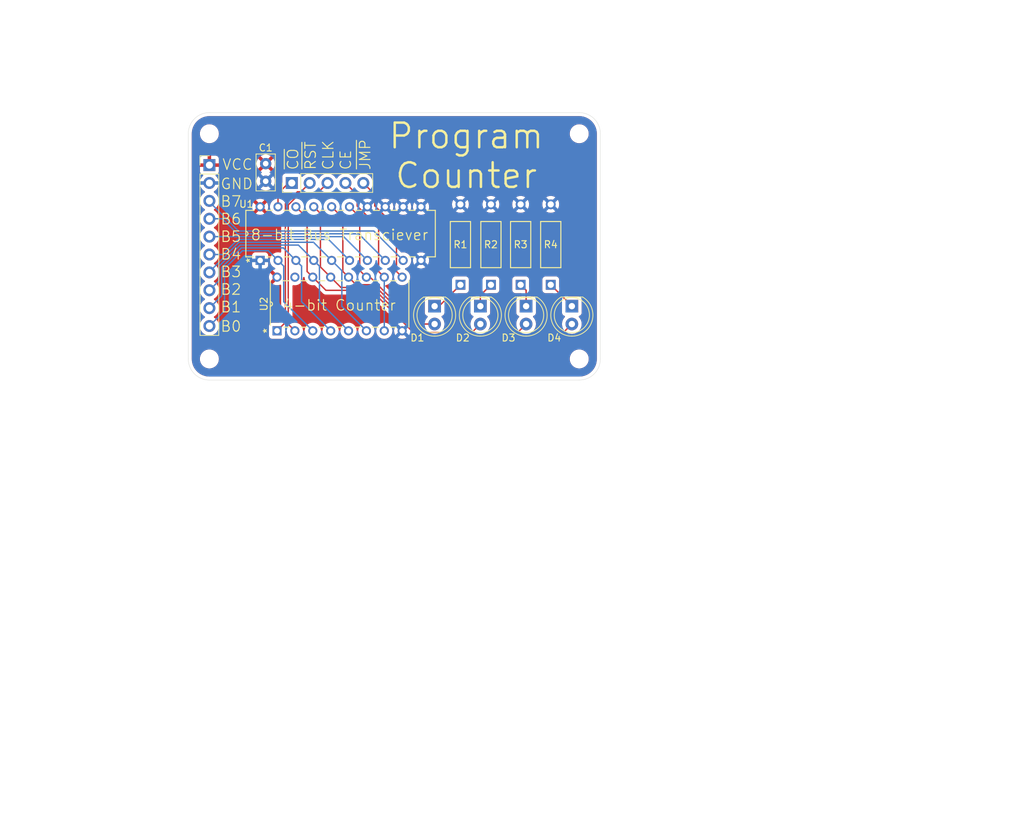
<source format=kicad_pcb>
(kicad_pcb (version 20240108) (generator "pcbnew") (generator_version "8.0")
  (layers (0 "F.Cu" signal) (31 "B.Cu" signal) (34 "B.Paste" user) (35 "F.Paste" user) (36 "B.SilkS" user "B.Silkscreen") (37 "F.SilkS" user "F.Silkscreen") (38 "B.Mask" user) (39 "F.Mask" user) (44 "Edge.Cuts" user))
  (net 0 "")
  (net 1 "GND")
  (net 2 "+5V")
  (net 3 "/Count 3")
  (net 4 "Net-(D1-K)")
  (net 5 "/Count 2")
  (net 6 "Net-(D2-K)")
  (net 7 "Net-(D3-K)")
  (net 8 "/Count 1")
  (net 9 "/Count 0")
  (net 10 "Net-(D4-K)")
  (net 11 "/Bus 7")
  (net 12 "/Bus 6")
  (net 13 "/Bus 1")
  (net 14 "/Bus 5")
  (net 15 "/Bus 0")
  (net 16 "/Bus 4")
  (net 17 "/Bus 3")
  (net 18 "/Bus 2")
  (net 19 "/~RST")
  (net 20 "/Count enable")
  (net 21 "/CLK")
  (net 22 "/~Jmp")
  (net 23 "/~Count out")
  (footprint "LED_THT:LED_D5.0mm" (layer "F.Cu") (at 142.25 84.5 -90)
    (property "Reference" "D3" (at 4.5 2.5 180) (layer "F.SilkS"))
    (property "Value" "LED")
    (fp_line (start -1.29 -1.545) (end -1.29 1.545) (stroke (width 0.12)) (layer "F.SilkS"))
    (fp_arc (start 4.26 -0.000462) (mid 2.072002 2.880433) (end -1.29 1.54483) (stroke (width 0.12)) (layer "F.SilkS"))
    (fp_arc (start -1.29 -1.54483) (mid 2.072002 -2.880433) (end 4.26 0.000462) (stroke (width 0.12)) (layer "F.SilkS"))
    (fp_circle (center 1.27 0) (end 3.77 0) (stroke (width 0.12)) (fill none) (layer "F.SilkS"))
    (pad "1" thru_hole rect (at 0 0 270) (size 1.8 1.8) (drill 0.9) (layers "*.Cu" "*.Mask") (net 7 "Net-(D3-K)"))
    (pad "2" thru_hole circle (at 2.54 0 270) (size 1.8 1.8) (drill 0.9) (layers "*.Cu" "*.Mask") (net 8 "/Count 1"))
  )
  (footprint "MountingHole:MountingHole_2.2mm_M2" (layer "F.Cu") (at 149.8 60)
    (property "Reference" "REF**" (hide yes))
    (property "Value" "MountingHole_2.2mm_M2")
    (pad "" np_thru_hole circle (at 0 0) (size 2.2 2.2) (drill 2.2) (layers "F&B.Cu" "*.Mask"))
  )
  (footprint "Connector_PinHeader_2.54mm:PinHeader_1x10_P2.54mm_Vertical" (layer "F.Cu") (at 97.25 64.46)
    (property "Reference" "J1" (hide yes))
    (property "Value" "Conn_01x10_Pin")
    (fp_line (start -1.33 -1.33) (end 0 -1.33) (stroke (width 0.12)) (layer "F.SilkS"))
    (fp_line (start -1.33 0) (end -1.33 -1.33) (stroke (width 0.12)) (layer "F.SilkS"))
    (fp_line (start -1.33 1.27) (end -1.33 24.19) (stroke (width 0.12)) (layer "F.SilkS"))
    (fp_line (start -1.33 1.27) (end 1.33 1.27) (stroke (width 0.12)) (layer "F.SilkS"))
    (fp_line (start -1.33 24.19) (end 1.33 24.19) (stroke (width 0.12)) (layer "F.SilkS"))
    (fp_line (start 1.33 1.27) (end 1.33 24.19) (stroke (width 0.12)) (layer "F.SilkS"))
    (pad "1" thru_hole rect (at 0 0) (size 1.7 1.7) (drill 1) (layers "*.Cu" "*.Mask") (net 2 "+5V"))
    (pad "2" thru_hole oval (at 0 2.54) (size 1.7 1.7) (drill 1) (layers "*.Cu" "*.Mask") (net 1 "GND"))
    (pad "3" thru_hole oval (at 0 5.08) (size 1.7 1.7) (drill 1) (layers "*.Cu" "*.Mask") (net 11 "/Bus 7"))
    (pad "4" thru_hole oval (at 0 7.62) (size 1.7 1.7) (drill 1) (layers "*.Cu" "*.Mask") (net 12 "/Bus 6"))
    (pad "5" thru_hole oval (at 0 10.16) (size 1.7 1.7) (drill 1) (layers "*.Cu" "*.Mask") (net 14 "/Bus 5"))
    (pad "6" thru_hole oval (at 0 12.7) (size 1.7 1.7) (drill 1) (layers "*.Cu" "*.Mask") (net 16 "/Bus 4"))
    (pad "7" thru_hole oval (at 0 15.24) (size 1.7 1.7) (drill 1) (layers "*.Cu" "*.Mask") (net 17 "/Bus 3"))
    (pad "8" thru_hole oval (at 0 17.78) (size 1.7 1.7) (drill 1) (layers "*.Cu" "*.Mask") (net 18 "/Bus 2"))
    (pad "9" thru_hole oval (at 0 20.32) (size 1.7 1.7) (drill 1) (layers "*.Cu" "*.Mask") (net 13 "/Bus 1"))
    (pad "10" thru_hole oval (at 0 22.86) (size 1.7 1.7) (drill 1) (layers "*.Cu" "*.Mask") (net 15 "/Bus 0"))
  )
  (footprint "_DownloadFootprints:CF_series_Resistors_THT" (layer "F.Cu") (at 145.75 81.465 90)
    (property "Reference" "R4" (at 5.715 0 0) (layer "F.SilkS"))
    (property "Value" "220")
    (fp_line (start 8.9916 -1.4351) (end 2.4384 -1.4351) (stroke (width 0.1524)) (layer "F.SilkS"))
    (fp_line (start 2.4384 -1.4351) (end 2.4384 1.4351) (stroke (width 0.1524)) (layer "F.SilkS"))
    (fp_line (start 8.9916 1.4351) (end 8.9916 -1.4351) (stroke (width 0.1524)) (layer "F.SilkS"))
    (fp_line (start 2.4384 1.4351) (end 8.9916 1.4351) (stroke (width 0.1524)) (layer "F.SilkS"))
    (pad "1" thru_hole rect (at 0 0 90) (size 1.397 1.397) (drill 0.889) (layers "*.Cu" "*.Mask") (net 10 "Net-(D4-K)"))
    (pad "2" thru_hole circle (at 11.43 0 90) (size 1.397 1.397) (drill 0.889) (layers "*.Cu" "*.Mask") (net 1 "GND"))
  )
  (footprint "_DownloadFootprints:binary_counter" (layer "F.Cu") (at 124.64 80.38 90)
    (property "Reference" "U2" (at -3.81 -19.64 90) (layer "F.SilkS"))
    (property "Value" "CD74HC163E")
    (fp_line (start -0.508 -18.7325) (end -6.838835 -18.7325) (stroke (width 0.1524)) (layer "F.SilkS"))
    (fp_line (start -7.112 -16.79956) (end -7.112 -16.078569) (stroke (width 0.1524)) (layer "F.SilkS"))
    (fp_line (start -0.508 -16.078569) (end -0.508 -16.941431) (stroke (width 0.1524)) (layer "F.SilkS"))
    (fp_line (start -7.112 -14.401431) (end -7.112 -13.538569) (stroke (width 0.1524)) (layer "F.SilkS"))
    (fp_line (start -0.508 -13.538569) (end -0.508 -14.401431) (stroke (width 0.1524)) (layer "F.SilkS"))
    (fp_line (start -7.112 -11.861431) (end -7.112 -10.998569) (stroke (width 0.1524)) (layer "F.SilkS"))
    (fp_line (start -0.508 -10.998569) (end -0.508 -11.861431) (stroke (width 0.1524)) (layer "F.SilkS"))
    (fp_line (start -7.112 -9.321431) (end -7.112 -8.458569) (stroke (width 0.1524)) (layer "F.SilkS"))
    (fp_line (start -0.508 -8.458569) (end -0.508 -9.321431) (stroke (width 0.1524)) (layer "F.SilkS"))
    (fp_line (start -7.112 -6.781431) (end -7.112 -5.918569) (stroke (width 0.1524)) (layer "F.SilkS"))
    (fp_line (start -0.508 -5.918569) (end -0.508 -6.781431) (stroke (width 0.1524)) (layer "F.SilkS"))
    (fp_line (start -7.112 -4.241431) (end -7.112 -3.378569) (stroke (width 0.1524)) (layer "F.SilkS"))
    (fp_line (start -0.508 -3.378569) (end -0.508 -4.241431) (stroke (width 0.1524)) (layer "F.SilkS"))
    (fp_line (start -7.112 -1.701431) (end -7.112 -0.838569) (stroke (width 0.1524)) (layer "F.SilkS"))
    (fp_line (start -0.508 -0.838569) (end -0.508 -1.701431) (stroke (width 0.1524)) (layer "F.SilkS"))
    (fp_line (start -7.112 0.9525) (end -0.508 0.9525) (stroke (width 0.1524)) (layer "F.SilkS"))
    (fp_arc (start -3.5052 -18.7325) (mid -3.81 -18.4277) (end -4.1148 -18.7325) (stroke (width 0.1524)) (layer "F.SilkS"))
    (fp_text user "*" (at -7.62 -19.1897 90) (layer "F.SilkS"))
    (pad "1" thru_hole rect (at -7.62 -17.78 90) (size 1.2954 1.2954) (drill 0.7874) (layers "*.Cu" "*.Mask") (net 19 "/~RST"))
    (pad "2" thru_hole circle (at -7.62 -15.24 90) (size 1.2954 1.2954) (drill 0.7874) (layers "*.Cu" "*.Mask") (net 21 "/CLK"))
    (pad "3" thru_hole circle (at -7.62 -12.7 90) (size 1.2954 1.2954) (drill 0.7874) (layers "*.Cu" "*.Mask") (net 15 "/Bus 0"))
    (pad "4" thru_hole circle (at -7.62 -10.16 90) (size 1.2954 1.2954) (drill 0.7874) (layers "*.Cu" "*.Mask") (net 13 "/Bus 1"))
    (pad "5" thru_hole circle (at -7.62 -7.62 90) (size 1.2954 1.2954) (drill 0.7874) (layers "*.Cu" "*.Mask") (net 18 "/Bus 2"))
    (pad "6" thru_hole circle (at -7.62 -5.08 90) (size 1.2954 1.2954) (drill 0.7874) (layers "*.Cu" "*.Mask") (net 17 "/Bus 3"))
    (pad "7" thru_hole circle (at -7.62 -2.54 90) (size 1.2954 1.2954) (drill 0.7874) (layers "*.Cu" "*.Mask") (net 20 "/Count enable"))
    (pad "8" thru_hole circle (at -7.62 0 90) (size 1.2954 1.2954) (drill 0.7874) (layers "*.Cu" "*.Mask") (net 1 "GND"))
    (pad "9" thru_hole circle (at 0 0 90) (size 1.2954 1.2954) (drill 0.7874) (layers "*.Cu" "*.Mask") (net 22 "/~Jmp"))
    (pad "10" thru_hole circle (at 0 -2.54 90) (size 1.2954 1.2954) (drill 0.7874) (layers "*.Cu" "*.Mask") (net 20 "/Count enable"))
    (pad "11" thru_hole circle (at 0 -5.08 90) (size 1.2954 1.2954) (drill 0.7874) (layers "*.Cu" "*.Mask") (net 3 "/Count 3"))
    (pad "12" thru_hole circle (at 0 -7.62 90) (size 1.2954 1.2954) (drill 0.7874) (layers "*.Cu" "*.Mask") (net 5 "/Count 2"))
    (pad "13" thru_hole circle (at 0 -10.16 90) (size 1.2954 1.2954) (drill 0.7874) (layers "*.Cu" "*.Mask") (net 8 "/Count 1"))
    (pad "14" thru_hole circle (at 0 -12.7 90) (size 1.2954 1.2954) (drill 0.7874) (layers "*.Cu" "*.Mask") (net 9 "/Count 0"))
    (pad "15" thru_hole circle (at 0 -15.24 90) (size 1.2954 1.2954) (drill 0.7874) (layers "*.Cu" "*.Mask"))
    (pad "16" thru_hole circle (at 0 -17.78 90) (size 1.2954 1.2954) (drill 0.7874) (layers "*.Cu" "*.Mask") (net 2 "+5V"))
  )
  (footprint "LED_THT:LED_D5.0mm" (layer "F.Cu") (at 148.75 84.5 -90)
    (property "Reference" "D4" (at 4.5 2.5 180) (layer "F.SilkS"))
    (property "Value" "LED")
    (fp_line (start -1.29 -1.545) (end -1.29 1.545) (stroke (width 0.12)) (layer "F.SilkS"))
    (fp_arc (start 4.26 -0.000462) (mid 2.072002 2.880433) (end -1.29 1.54483) (stroke (width 0.12)) (layer "F.SilkS"))
    (fp_arc (start -1.29 -1.54483) (mid 2.072002 -2.880433) (end 4.26 0.000462) (stroke (width 0.12)) (layer "F.SilkS"))
    (fp_circle (center 1.27 0) (end 3.77 0) (stroke (width 0.12)) (fill none) (layer "F.SilkS"))
    (pad "1" thru_hole rect (at 0 0 270) (size 1.8 1.8) (drill 0.9) (layers "*.Cu" "*.Mask") (net 10 "Net-(D4-K)"))
    (pad "2" thru_hole circle (at 2.54 0 270) (size 1.8 1.8) (drill 0.9) (layers "*.Cu" "*.Mask") (net 9 "/Count 0"))
  )
  (footprint "Connector_PinHeader_2.54mm:PinHeader_1x05_P2.54mm_Vertical" (layer "F.Cu") (at 108.96 67 90)
    (property "Reference" "J2" (hide yes))
    (property "Value" "Conn_01x05_Pin")
    (fp_line (start -1.33 -1.33) (end 0 -1.33) (stroke (width 0.12)) (layer "F.SilkS"))
    (fp_line (start -1.33 0) (end -1.33 -1.33) (stroke (width 0.12)) (layer "F.SilkS"))
    (fp_line (start 1.33 1.27) (end 1.33 11.49) (stroke (width 0.12)) (layer "F.SilkS"))
    (fp_line (start -1.33 1.27) (end 1.33 1.27) (stroke (width 0.12)) (layer "F.SilkS"))
    (fp_line (start -1.33 1.27) (end -1.33 11.49) (stroke (width 0.12)) (layer "F.SilkS"))
    (fp_line (start -1.33 11.49) (end 1.33 11.49) (stroke (width 0.12)) (layer "F.SilkS"))
    (pad "1" thru_hole rect (at 0 0 90) (size 1.7 1.7) (drill 1) (layers "*.Cu" "*.Mask") (net 23 "/~Count out"))
    (pad "2" thru_hole oval (at 0 2.54 90) (size 1.7 1.7) (drill 1) (layers "*.Cu" "*.Mask") (net 19 "/~RST"))
    (pad "3" thru_hole oval (at 0 5.08 90) (size 1.7 1.7) (drill 1) (layers "*.Cu" "*.Mask") (net 21 "/CLK"))
    (pad "4" thru_hole oval (at 0 7.62 90) (size 1.7 1.7) (drill 1) (layers "*.Cu" "*.Mask") (net 20 "/Count enable"))
    (pad "5" thru_hole oval (at 0 10.16 90) (size 1.7 1.7) (drill 1) (layers "*.Cu" "*.Mask") (net 22 "/~Jmp"))
  )
  (footprint "_DownloadFootprints:CF_series_Resistors_THT" (layer "F.Cu") (at 141.4734 81.465 90)
    (property "Reference" "R3" (at 5.715 0 0) (layer "F.SilkS"))
    (property "Value" "220")
    (fp_line (start 8.9916 -1.4351) (end 2.4384 -1.4351) (stroke (width 0.1524)) (layer "F.SilkS"))
    (fp_line (start 2.4384 -1.4351) (end 2.4384 1.4351) (stroke (width 0.1524)) (layer "F.SilkS"))
    (fp_line (start 8.9916 1.4351) (end 8.9916 -1.4351) (stroke (width 0.1524)) (layer "F.SilkS"))
    (fp_line (start 2.4384 1.4351) (end 8.9916 1.4351) (stroke (width 0.1524)) (layer "F.SilkS"))
    (pad "1" thru_hole rect (at 0 0 90) (size 1.397 1.397) (drill 0.889) (layers "*.Cu" "*.Mask") (net 7 "Net-(D3-K)"))
    (pad "2" thru_hole circle (at 11.43 0 90) (size 1.397 1.397) (drill 0.889) (layers "*.Cu" "*.Mask") (net 1 "GND"))
  )
  (footprint "MountingHole:MountingHole_2.2mm_M2" (layer "F.Cu") (at 97.25 60 90)
    (property "Reference" "REF**" (hide yes))
    (property "Value" "MountingHole_2.2mm_M2")
    (pad "" np_thru_hole circle (at 0 0 90) (size 2.2 2.2) (drill 2.2) (layers "F&B.Cu" "*.Mask"))
  )
  (footprint "LED_THT:LED_D5.0mm" (layer "F.Cu") (at 129.25 84.5 -90)
    (property "Reference" "D1" (at 4.5 2.45 180) (layer "F.SilkS"))
    (property "Value" "LED")
    (fp_line (start -1.29 -1.545) (end -1.29 1.545) (stroke (width 0.12)) (layer "F.SilkS"))
    (fp_arc (start 4.26 -0.000462) (mid 2.072002 2.880433) (end -1.29 1.54483) (stroke (width 0.12)) (layer "F.SilkS"))
    (fp_arc (start -1.29 -1.54483) (mid 2.072002 -2.880433) (end 4.26 0.000462) (stroke (width 0.12)) (layer "F.SilkS"))
    (fp_circle (center 1.27 0) (end 3.77 0) (stroke (width 0.12)) (fill none) (layer "F.SilkS"))
    (pad "1" thru_hole rect (at 0 0 270) (size 1.8 1.8) (drill 0.9) (layers "*.Cu" "*.Mask") (net 4 "Net-(D1-K)"))
    (pad "2" thru_hole circle (at 2.54 0 270) (size 1.8 1.8) (drill 0.9) (layers "*.Cu" "*.Mask") (net 3 "/Count 3"))
  )
  (footprint "_DownloadFootprints:CF_series_Resistors_THT" (layer "F.Cu") (at 132.9202 81.465 90)
    (property "Reference" "R1" (at 5.715 0 0) (layer "F.SilkS"))
    (property "Value" "220")
    (fp_line (start 8.9916 -1.4351) (end 2.4384 -1.4351) (stroke (width 0.1524)) (layer "F.SilkS"))
    (fp_line (start 2.4384 -1.4351) (end 2.4384 1.4351) (stroke (width 0.1524)) (layer "F.SilkS"))
    (fp_line (start 8.9916 1.4351) (end 8.9916 -1.4351) (stroke (width 0.1524)) (layer "F.SilkS"))
    (fp_line (start 2.4384 1.4351) (end 8.9916 1.4351) (stroke (width 0.1524)) (layer "F.SilkS"))
    (pad "1" thru_hole rect (at 0 0 90) (size 1.397 1.397) (drill 0.889) (layers "*.Cu" "*.Mask") (net 4 "Net-(D1-K)"))
    (pad "2" thru_hole circle (at 11.43 0 90) (size 1.397 1.397) (drill 0.889) (layers "*.Cu" "*.Mask") (net 1 "GND"))
  )
  (footprint "_DownloadFootprints:8x_tristate_transceiver" (layer "F.Cu") (at 127.32 70.38 90)
    (property "Reference" "U1" (at 0.38 -24.82 0) (layer "F.SilkS"))
    (property "Value" "SN74HCT245N")
    (fp_line (start -0.508 -24.892) (end -7.112 -24.892) (stroke (width 0.1524)) (layer "F.SilkS"))
    (fp_line (start -7.112 -24.892) (end -7.112 -23.84044) (stroke (width 0.1524)) (layer "F.SilkS"))
    (fp_line (start -0.508 -23.698569) (end -0.508 -24.892) (stroke (width 0.1524)) (layer "F.SilkS"))
    (fp_line (start -7.112 -21.87956) (end -7.112 -21.158569) (stroke (width 0.1524)) (layer "F.SilkS"))
    (fp_line (start -0.508 -21.158569) (end -0.508 -22.021431) (stroke (width 0.1524)) (layer "F.SilkS"))
    (fp_line (start -7.112 -19.481431) (end -7.112 -18.618569) (stroke (width 0.1524)) (layer "F.SilkS"))
    (fp_line (start -0.508 -18.618569) (end -0.508 -19.481431) (stroke (width 0.1524)) (layer "F.SilkS"))
    (fp_line (start -7.112 -16.941431) (end -7.112 -16.078569) (stroke (width 0.1524)) (layer "F.SilkS"))
    (fp_line (start -0.508 -16.078569) (end -0.508 -16.941431) (stroke (width 0.1524)) (layer "F.SilkS"))
    (fp_line (start -7.112 -14.401431) (end -7.112 -13.538569) (stroke (width 0.1524)) (layer "F.SilkS"))
    (fp_line (start -0.508 -13.538569) (end -0.508 -14.401431) (stroke (width 0.1524)) (layer "F.SilkS"))
    (fp_line (start -7.112 -11.861431) (end -7.112 -10.998569) (stroke (width 0.1524)) (layer "F.SilkS"))
    (fp_line (start -0.508 -10.998569) (end -0.508 -11.861431) (stroke (width 0.1524)) (layer "F.SilkS"))
    (fp_line (start -7.112 -9.321431) (end -7.112 -8.458569) (stroke (width 0.1524)) (layer "F.SilkS"))
    (fp_line (start -0.508 -8.458569) (end -0.508 -9.321431) (stroke (width 0.1524)) (layer "F.SilkS"))
    (fp_line (start -7.112 -6.781431) (end -7.112 -5.918569) (stroke (width 0.1524)) (layer "F.SilkS"))
    (fp_line (start -0.508 -5.918569) (end -0.508 -6.781431) (stroke (width 0.1524)) (layer "F.SilkS"))
    (fp_line (start -7.112 -4.241431) (end -7.112 -3.378569) (stroke (width 0.1524)) (layer "F.SilkS"))
    (fp_line (start -0.508 -3.378569) (end -0.508 -4.241431) (stroke (width 0.1524)) (layer "F.SilkS"))
    (fp_line (start -7.112 -1.701431) (end -7.112 -0.838569) (stroke (width 0.1524)) (layer "F.SilkS"))
    (fp_line (start -0.508 -0.838569) (end -0.508 -1.701431) (stroke (width 0.1524)) (layer "F.SilkS"))
    (fp_line (start -7.112 0.838569) (end -7.112 2.032) (stroke (width 0.1524)) (layer "F.SilkS"))
    (fp_line (start -0.508 2.032) (end -0.508 0.838569) (stroke (width 0.1524)) (layer "F.SilkS"))
    (fp_line (start -7.112 2.032) (end -0.508 2.032) (stroke (width 0.1524)) (layer "F.SilkS"))
    (fp_arc (start -3.5052 -24.892) (mid -3.81 -24.5872) (end -4.1148 -24.892) (stroke (width 0.1524)) (layer "F.SilkS"))
    (fp_text user "*" (at -7.62 -24.2697 90) (layer "F.SilkS"))
    (pad "1" thru_hole rect (at -7.62 -22.86 90) (size 1.2954 1.2954) (drill 0.7874) (layers "*.Cu" "*.Mask") (net 1 "GND"))
    (pad "2" thru_hole circle (at -7.62 -20.32 90) (size 1.2954 1.2954) (drill 0.7874) (layers "*.Cu" "*.Mask") (net 15 "/Bus 0"))
    (pad "3" thru_hole circle (at -7.62 -17.78 90) (size 1.2954 1.2954) (drill 0.7874) (layers "*.Cu" "*.Mask") (net 13 "/Bus 1"))
    (pad "4" thru_hole circle (at -7.62 -15.24 90) (size 1.2954 1.2954) (drill 0.7874) (layers "*.Cu" "*.Mask") (net 18 "/Bus 2"))
    (pad "5" thru_hole circle (at -7.62 -12.7 90) (size 1.2954 1.2954) (drill 0.7874) (layers "*.Cu" "*.Mask") (net 17 "/Bus 3"))
    (pad "6" thru_hole circle (at -7.62 -10.16 90) (size 1.2954 1.2954) (drill 0.7874) (layers "*.Cu" "*.Mask") (net 16 "/Bus 4"))
    (pad "7" thru_hole circle (at -7.62 -7.62 90) (size 1.2954 1.2954) (drill 0.7874) (layers "*.Cu" "*.Mask") (net 14 "/Bus 5"))
    (pad "8" thru_hole circle (at -7.62 -5.08 90) (size 1.2954 1.2954) (drill 0.7874) (layers "*.Cu" "*.Mask") (net 12 "/Bus 6"))
    (pad "9" thru_hole circle (at -7.62 -2.54 90) (size 1.2954 1.2954) (drill 0.7874) (layers "*.Cu" "*.Mask") (net 11 "/Bus 7"))
    (pad "10" thru_hole circle (at -7.62 0 90) (size 1.2954 1.2954) (drill 0.7874) (layers "*.Cu" "*.Mask") (net 1 "GND"))
    (pad "11" thru_hole circle (at 0 0 90) (size 1.2954 1.2954) (drill 0.7874) (layers "*.Cu" "*.Mask") (net 1 "GND"))
    (pad "12" thru_hole circle (at 0 -2.54 90) (size 1.2954 1.2954) (drill 0.7874) (layers "*.Cu" "*.Mask") (net 1 "GND"))
    (pad "13" thru_hole circle (at 0 -5.08 90) (size 1.2954 1.2954) (drill 0.7874) (layers "*.Cu" "*.Mask") (net 1 "GND"))
    (pad "14" thru_hole circle (at 0 -7.62 90) (size 1.2954 1.2954) (drill 0.7874) (layers "*.Cu" "*.Mask") (net 1 "GND"))
    (pad "15" thru_hole circle (at 0 -10.16 90) (size 1.2954 1.2954) (drill 0.7874) (layers "*.Cu" "*.Mask") (net 3 "/Count 3"))
    (pad "16" thru_hole circle (at 0 -12.7 90) (size 1.2954 1.2954) (drill 0.7874) (layers "*.Cu" "*.Mask") (net 5 "/Count 2"))
    (pad "17" thru_hole circle (at 0 -15.24 90) (size 1.2954 1.2954) (drill 0.7874) (layers "*.Cu" "*.Mask") (net 8 "/Count 1"))
    (pad "18" thru_hole circle (at 0 -17.78 90) (size 1.2954 1.2954) (drill 0.7874) (layers "*.Cu" "*.Mask") (net 9 "/Count 0"))
    (pad "19" thru_hole circle (at 0 -20.32 90) (size 1.2954 1.2954) (drill 0.7874) (layers "*.Cu" "*.Mask") (net 23 "/~Count out"))
    (pad "20" thru_hole circle (at 0 -22.86 90) (size 1.2954 1.2954) (drill 0.7874) (layers "*.Cu" "*.Mask") (net 2 "+5V"))
  )
  (footprint "LED_THT:LED_D5.0mm" (layer "F.Cu") (at 135.75 84.5 -90)
    (property "Reference" "D2" (at 4.5 2.5 180) (layer "F.SilkS"))
    (property "Value" "LED")
    (fp_line (start -1.29 -1.545) (end -1.29 1.545) (stroke (width 0.12)) (layer "F.SilkS"))
    (fp_arc (start 4.26 -0.000462) (mid 2.072002 2.880433) (end -1.29 1.54483) (stroke (width 0.12)) (layer "F.SilkS"))
    (fp_arc (start -1.29 -1.54483) (mid 2.072002 -2.880433) (end 4.26 0.000462) (stroke (width 0.12)) (layer "F.SilkS"))
    (fp_circle (center 1.27 0) (end 3.77 0) (stroke (width 0.12)) (fill none) (layer "F.SilkS"))
    (pad "1" thru_hole rect (at 0 0 270) (size 1.8 1.8) (drill 0.9) (layers "*.Cu" "*.Mask") (net 6 "Net-(D2-K)"))
    (pad "2" thru_hole circle (at 2.54 0 270) (size 1.8 1.8) (drill 0.9) (layers "*.Cu" "*.Mask") (net 5 "/Count 2"))
  )
  (footprint "MountingHole:MountingHole_2.2mm_M2" (layer "F.Cu") (at 97.25 92 180)
    (property "Reference" "REF**" (hide yes))
    (property "Value" "MountingHole_2.2mm_M2")
    (pad "" np_thru_hole circle (at 0 0 180) (size 2.2 2.2) (drill 2.2) (layers "F&B.Cu" "*.Mask"))
  )
  (footprint "_DownloadFootprints:CF_series_Resistors_THT" (layer "F.Cu") (at 137.25 81.465 90)
    (property "Reference" "R2" (at 5.715 0 0) (layer "F.SilkS"))
    (property "Value" "220")
    (fp_line (start 8.9916 -1.4351) (end 2.4384 -1.4351) (stroke (width 0.1524)) (layer "F.SilkS"))
    (fp_line (start 2.4384 -1.4351) (end 2.4384 1.4351) (stroke (width 0.1524)) (layer "F.SilkS"))
    (fp_line (start 8.9916 1.4351) (end 8.9916 -1.4351) (stroke (width 0.1524)) (layer "F.SilkS"))
    (fp_line (start 2.4384 1.4351) (end 8.9916 1.4351) (stroke (width 0.1524)) (layer "F.SilkS"))
    (pad "1" thru_hole rect (at 0 0 90) (size 1.397 1.397) (drill 0.889) (layers "*.Cu" "*.Mask") (net 6 "Net-(D2-K)"))
    (pad "2" thru_hole circle (at 11.43 0 90) (size 1.397 1.397) (drill 0.889) (layers "*.Cu" "*.Mask") (net 1 "GND"))
  )
  (footprint "MountingHole:MountingHole_2.2mm_M2" (layer "F.Cu") (at 149.8 92 -90)
    (property "Reference" "REF**" (hide yes))
    (property "Value" "MountingHole_2.2mm_M2")
    (pad "" np_thru_hole circle (at 0 0 270) (size 2.2 2.2) (drill 2.2) (layers "F&B.Cu" "*.Mask"))
  )
  (footprint "Capacitor_THT:C_Disc_D5.0mm_W2.5mm_P2.50mm" (layer "F.Cu") (at 105.25 64.25 -90)
    (property "Reference" "C1" (at -2.25 0 180) (layer "F.SilkS"))
    (property "Value" "0.1uF")
    (fp_line (start -1.37 1.37) (end 3.87 1.37) (stroke (width 0.12)) (layer "F.SilkS"))
    (fp_line (start -1.37 -1.37) (end -1.37 1.37) (stroke (width 0.12)) (layer "F.SilkS"))
    (fp_line (start -1.37 -1.37) (end 3.87 -1.37) (stroke (width 0.12)) (layer "F.SilkS"))
    (fp_line (start 3.87 -1.37) (end 3.87 1.37) (stroke (width 0.12)) (layer "F.SilkS"))
    (pad "1" thru_hole circle (at 0 0 270) (size 1.6 1.6) (drill 0.8) (layers "*.Cu" "*.Mask") (net 2 "+5V"))
    (pad "2" thru_hole circle (at 2.5 0 270) (size 1.6 1.6) (drill 0.8) (layers "*.Cu" "*.Mask") (net 1 "GND"))
  )
  (gr_arc (start 94.25 60) (mid 95.12868 57.87868) (end 97.25 57) (stroke (width 0.05)) (layer "Edge.Cuts"))
  (gr_line (start 94.25 92) (end 94.25 60) (stroke (width 0.05)) (layer "Edge.Cuts"))
  (gr_line (start 97.25 57) (end 149.8 57) (stroke (width 0.05)) (layer "Edge.Cuts"))
  (gr_line (start 152.8 60) (end 152.8 92) (stroke (width 0.05)) (layer "Edge.Cuts"))
  (gr_arc (start 152.800001 92.000001) (mid 151.921321 94.121321) (end 149.800001 95.000001) (stroke (width 0.05)) (layer "Edge.Cuts"))
  (gr_arc (start 149.8 57) (mid 151.92132 57.87868) (end 152.8 60) (stroke (width 0.05)) (layer "Edge.Cuts"))
  (gr_line (start 149.800001 95.000001) (end 97.25 95) (stroke (width 0.05)) (layer "Edge.Cuts"))
  (gr_arc (start 97.25 95) (mid 95.12868 94.12132) (end 94.25 92) (stroke (width 0.05)) (layer "Edge.Cuts"))
  (gr_text "B0" (at 98.75 88.25 0) (layer "F.SilkS") (effects (font (size 1.5 1.5)) (justify left bottom)))
  (gr_text "~{CO}" (at 110 65.25 90) (layer "F.SilkS") (effects (font (size 1.5 1.5)) (justify left bottom)))
  (gr_text "8-bit Bus Transciever" (at 115.75 75.25 0) (layer "F.SilkS") (effects (font (size 1.5 1.5)) (justify bottom)))
  (gr_text "Program\nCounter" (at 133.75 68 0) (layer "F.SilkS") (effects (font (size 3.5 3.5) (thickness 0.35)) (justify bottom)))
  (gr_text "4-bit Counter" (at 115.75 85.25 0) (layer "F.SilkS") (effects (font (size 1.5 1.5)) (justify bottom)))
  (gr_text "CE" (at 117.5 65.25 90) (layer "F.SilkS") (effects (font (size 1.5 1.5)) (justify left bottom)))
  (gr_text "B6" (at 98.75 73 0) (layer "F.SilkS") (effects (font (size 1.5 1.5)) (justify left bottom)))
  (gr_text "B5" (at 98.75 75.5 0) (layer "F.SilkS") (effects (font (size 1.5 1.5)) (justify left bottom)))
  (gr_text "~{RST}" (at 112.5 65.25 90) (layer "F.SilkS") (effects (font (size 1.5 1.5)) (justify left bottom)))
  (gr_text "B1" (at 98.75 85.5 0) (layer "F.SilkS") (effects (font (size 1.5 1.5)) (justify left bottom)))
  (gr_text "~{JMP}" (at 120.25 65.25 90) (layer "F.SilkS") (effects (font (size 1.5 1.5)) (justify left bottom)))
  (gr_text "B7" (at 98.75 70.5 0) (layer "F.SilkS") (effects (font (size 1.5 1.5)) (justify left bottom)))
  (gr_text "CLK" (at 115 65.25 90) (layer "F.SilkS") (effects (font (size 1.5 1.5)) (justify left bottom)))
  (gr_text "GND" (at 98.75 68 0) (layer "F.SilkS") (effects (font (size 1.5 1.5)) (justify left bottom)))
  (gr_text "B4" (at 98.75 78 0) (layer "F.SilkS") (effects (font (size 1.5 1.5)) (justify left bottom)))
  (gr_text "B2" (at 98.75 83 0) (layer "F.SilkS") (effects (font (size 1.5 1.5)) (justify left bottom)))
  (gr_text "VCC" (at 99 65.25 0) (layer "F.SilkS") (effects (font (size 1.5 1.5)) (justify left bottom)))
  (gr_text "B3" (at 98.75 80.5 0) (layer "F.SilkS") (effects (font (size 1.5 1.5)) (justify left bottom)))
  (segment (start 126.737058 87.04) (end 120.077058 80.38) (width 0.2) (layer "F.Cu") (net 3))
  (segment (start 118.6123 71.8323) (end 117.16 70.38) (width 0.2) (layer "F.Cu") (net 3))
  (segment (start 119.56 80.38) (end 118.6123 79.4323) (width 0.2) (layer "F.Cu") (net 3))
  (segment (start 129.25 87.04) (end 126.737058 87.04) (width 0.2) (layer "F.Cu") (net 3))
  (segment (start 118.6123 79.4323) (end 118.6123 71.8323) (width 0.2) (layer "F.Cu") (net 3))
  (segment (start 120.077058 80.38) (end 119.56 80.38) (width 0.2) (layer "F.Cu") (net 3))
  (segment (start 129.8852 84.5) (end 132.9202 81.465) (width 0.2) (layer "F.Cu") (net 4))
  (segment (start 129.25 84.5) (end 129.8852 84.5) (width 0.2) (layer "F.Cu") (net 4))
  (segment (start 116.2123 79.5723) (end 116.2123 71.9723) (width 0.2) (layer "F.Cu") (net 5))
  (segment (start 120.581372 81.45) (end 118.09 81.45) (width 0.2) (layer "F.Cu") (net 5))
  (segment (start 118.09 81.45) (end 117.02 80.38) (width 0.2) (layer "F.Cu") (net 5))
  (segment (start 127.371369 88.239997) (end 120.581372 81.45) (width 0.2) (layer "F.Cu") (net 5))
  (segment (start 117.02 80.38) (end 116.2123 79.5723) (width 0.2) (layer "F.Cu") (net 5))
  (segment (start 116.2123 71.9723) (end 114.62 70.38) (width 0.2) (layer "F.Cu") (net 5))
  (segment (start 135.75 87.04) (end 134.550003 88.239997) (width 0.2) (layer "F.Cu") (net 5))
  (segment (start 134.550003 88.239997) (end 127.371369 88.239997) (width 0.2) (layer "F.Cu") (net 5))
  (segment (start 135.75 84.5) (end 135.75 82.965) (width 0.2) (layer "F.Cu") (net 6))
  (segment (start 135.75 82.965) (end 137.25 81.465) (width 0.2) (layer "F.Cu") (net 6))
  (segment (start 142.25 84.5) (end 142.25 82.2416) (width 0.2) (layer "F.Cu") (net 7))
  (segment (start 142.25 82.2416) (end 141.4734 81.465) (width 0.2) (layer "F.Cu") (net 7))
  (segment (start 115.95 81.85) (end 114.48 80.38) (width 0.2) (layer "F.Cu") (net 8))
  (segment (start 127.205683 88.639997) (end 120.415686 81.85) (width 0.2) (layer "F.Cu") (net 8))
  (segment (start 120.415686 81.85) (end 115.95 81.85) (width 0.2) (layer "F.Cu") (net 8))
  (segment (start 113.0277 78.9277) (end 113.0277 71.3277) (width 0.2) (layer "F.Cu") (net 8))
  (segment (start 142.25 87.04) (end 140.650003 88.639997) (width 0.2) (layer "F.Cu") (net 8))
  (segment (start 140.650003 88.639997) (end 127.205683 88.639997) (width 0.2) (layer "F.Cu") (net 8))
  (segment (start 114.48 80.38) (end 113.0277 78.9277) (width 0.2) (layer "F.Cu") (net 8))
  (segment (start 113.0277 71.3277) (end 112.08 70.38) (width 0.2) (layer "F.Cu") (net 8))
  (segment (start 146.750003 89.039997) (end 127.039997 89.039997) (width 0.2) (layer "F.Cu") (net 9))
  (segment (start 111.94 80.38) (end 111.1323 79.5723) (width 0.2) (layer "F.Cu") (net 9))
  (segment (start 111.1323 71.9723) (end 109.54 70.38) (width 0.2) (layer "F.Cu") (net 9))
  (segment (start 127.039997 89.039997) (end 120.25 82.25) (width 0.2) (layer "F.Cu") (net 9))
  (segment (start 148.75 87.04) (end 146.750003 89.039997) (width 0.2) (layer "F.Cu") (net 9))
  (segment (start 113.81 82.25) (end 111.94 80.38) (width 0.2) (layer "F.Cu") (net 9))
  (segment (start 111.1323 79.5723) (end 111.1323 71.9723) (width 0.2) (layer "F.Cu") (net 9))
  (segment (start 120.25 82.25) (end 113.81 82.25) (width 0.2) (layer "F.Cu") (net 9))
  (segment (start 148.75 84.465) (end 145.75 81.465) (width 0.2) (layer "F.Cu") (net 10))
  (segment (start 148.75 84.5) (end 148.75 84.465) (width 0.2) (layer "F.Cu") (net 10))
  (segment (start 97.25 69.684314) (end 101.385686 73.82) (width 0.2) (layer "B.Cu") (net 11))
  (segment (start 101.385686 73.82) (end 120.6 73.82) (width 0.2) (layer "B.Cu") (net 11))
  (segment (start 120.6 73.82) (end 124.78 78) (width 0.2) (layer "B.Cu") (net 11))
  (segment (start 97.25 69.54) (end 97.25 69.684314) (width 0.2) (layer "B.Cu") (net 11))
  (segment (start 118.46 74.22) (end 122.24 78) (width 0.2) (layer "B.Cu") (net 12))
  (segment (start 101.22 74.22) (end 118.46 74.22) (width 0.2) (layer "B.Cu") (net 12))
  (segment (start 99.08 72.08) (end 101.22 74.22) (width 0.2) (layer "B.Cu") (net 12))
  (segment (start 97.25 72.08) (end 99.08 72.08) (width 0.2) (layer "B.Cu") (net 12))
  (segment (start 114.48 88) (end 110.3477 83.8677) (width 0.2) (layer "B.Cu") (net 13))
  (segment (start 110.3477 83.8677) (end 110.3477 78.8077) (width 0.2) (layer "B.Cu") (net 13))
  (segment (start 97.25 84.78) (end 99 83.03) (width 0.2) (layer "B.Cu") (net 13))
  (segment (start 107.76 76.22) (end 109.54 78) (width 0.2) (layer "B.Cu") (net 13))
  (segment (start 99 79.006372) (end 101.786372 76.22) (width 0.2) (layer "B.Cu") (net 13))
  (segment (start 101.786372 76.22) (end 107.76 76.22) (width 0.2) (layer "B.Cu") (net 13))
  (segment (start 99 83.03) (end 99 79.006372) (width 0.2) (layer "B.Cu") (net 13))
  (segment (start 110.3477 78.8077) (end 109.54 78) (width 0.2) (layer "B.Cu") (net 13))
  (segment (start 97.25 74.62) (end 116.32 74.62) (width 0.2) (layer "B.Cu") (net 14))
  (segment (start 116.32 74.62) (end 119.7 78) (width 0.2) (layer "B.Cu") (net 14))
  (segment (start 101.952058 76.62) (end 105.62 76.62) (width 0.2) (layer "B.Cu") (net 15))
  (segment (start 97.25 87.32) (end 99.4 85.17) (width 0.2) (layer "B.Cu") (net 15))
  (segment (start 105.62 76.62) (end 107 78) (width 0.2) (layer "B.Cu") (net 15))
  (segment (start 107.8077 78.8077) (end 107 78) (width 0.2) (layer "B.Cu") (net 15))
  (segment (start 99.4 85.17) (end 99.4 79.172058) (width 0.2) (layer "B.Cu") (net 15))
  (segment (start 107.8077 83.8677) (end 107.8077 78.8077) (width 0.2) (layer "B.Cu") (net 15))
  (segment (start 111.94 88) (end 107.8077 83.8677) (width 0.2) (layer "B.Cu") (net 15))
  (segment (start 99.4 79.172058) (end 101.952058 76.62) (width 0.2) (layer "B.Cu") (net 15))
  (segment (start 99.149314 77.16) (end 101.289314 75.02) (width 0.2) (layer "B.Cu") (net 16))
  (segment (start 114.18 75.02) (end 117.16 78) (width 0.2) (layer "B.Cu") (net 16))
  (segment (start 97.25 77.16) (end 99.149314 77.16) (width 0.2) (layer "B.Cu") (net 16))
  (segment (start 101.289314 75.02) (end 114.18 75.02) (width 0.2) (layer "B.Cu") (net 16))
  (segment (start 97.25 79.625) (end 101.455 75.42) (width 0.2) (layer "B.Cu") (net 17))
  (segment (start 116.0723 84.5123) (end 116.0723 79.4523) (width 0.2) (layer "B.Cu") (net 17))
  (segment (start 112.04 75.42) (end 114.62 78) (width 0.2) (layer "B.Cu") (net 17))
  (segment (start 101.455 75.42) (end 112.04 75.42) (width 0.2) (layer "B.Cu") (net 17))
  (segment (start 116.0723 79.4523) (end 114.62 78) (width 0.2) (layer "B.Cu") (net 17))
  (segment (start 97.25 79.7) (end 97.25 79.625) (width 0.2) (layer "B.Cu") (net 17))
  (segment (start 119.56 88) (end 116.0723 84.5123) (width 0.2) (layer "B.Cu") (net 17))
  (segment (start 101.620686 75.82) (end 109.9 75.82) (width 0.2) (layer "B.Cu") (net 18))
  (segment (start 97.26 82.24) (end 98.6 80.9) (width 0.2) (layer "B.Cu") (net 18))
  (segment (start 97.25 82.24) (end 97.26 82.24) (width 0.2) (layer "B.Cu") (net 18))
  (segment (start 117.02 88) (end 112.8877 83.8677) (width 0.2) (layer "B.Cu") (net 18))
  (segment (start 98.6 78.840686) (end 101.620686 75.82) (width 0.2) (layer "B.Cu") (net 18))
  (segment (start 112.8877 83.8677) (end 112.8877 78.8077) (width 0.2) (layer "B.Cu") (net 18))
  (segment (start 112.8877 78.8077) (end 112.08 78) (width 0.2) (layer "B.Cu") (net 18))
  (segment (start 98.6 80.9) (end 98.6 78.840686) (width 0.2) (layer "B.Cu") (net 18))
  (segment (start 109.9 75.82) (end 112.08 78) (width 0.2) (layer "B.Cu") (net 18))
  (segment (start 108.0523 86.8077) (end 108.0523 69.961763) (width 0.2) (layer "F.Cu") (net 19))
  (segment (start 109.764063 68.25) (end 110.25 68.25) (width 0.2) (layer "F.Cu") (net 19))
  (segment (start 108.0523 69.961763) (end 109.764063 68.25) (width 0.2) (layer "F.Cu") (net 19))
  (segment (start 110.25 68.25) (end 111.5 67) (width 0.2) (layer "F.Cu") (net 19))
  (segment (start 106.86 88) (end 108.0523 86.8077) (width 0.2) (layer "F.Cu") (net 19))
  (segment (start 111.54 67) (end 111.014063 67) (width 0.2) (layer "F.Cu") (net 19))
  (segment (start 118.25 68.67) (end 116.58 67) (width 0.2) (layer "F.Cu") (net 20))
  (segment (start 118.25 70.270251) (end 118.25 68.67) (width 0.2) (layer "F.Cu") (net 20))
  (segment (start 121.2923 79.5723) (end 121.2923 73.312551) (width 0.2) (layer "F.Cu") (net 20))
  (segment (start 122.1 80.38) (end 121.2923 79.5723) (width 0.2) (layer "F.Cu") (net 20))
  (segment (start 121.2923 73.312551) (end 118.25 70.270251) (width 0.2) (layer "F.Cu") (net 20))
  (segment (start 122.1 88) (end 122.1 80.38) (width 0.2) (layer "B.Cu") (net 20))
  (segment (start 109.929749 68.65) (end 112.39 68.65) (width 0.2) (layer "F.Cu") (net 21))
  (segment (start 109.4 88) (end 108.4523 87.0523) (width 0.2) (layer "F.Cu") (net 21))
  (segment (start 108.4523 87.0523) (end 108.4523 70.127449) (width 0.2) (layer "F.Cu") (net 21))
  (segment (start 108.4523 70.127449) (end 109.929749 68.65) (width 0.2) (layer "F.Cu") (net 21))
  (segment (start 112.39 68.65) (end 114.04 67) (width 0.2) (layer "F.Cu") (net 21))
  (segment (start 124.64 80.38) (end 123.8323 79.5723) (width 0.2) (layer "F.Cu") (net 22))
  (segment (start 120.75 68.63) (end 119.12 67) (width 0.2) (layer "F.Cu") (net 22))
  (segment (start 123.8323 73.3323) (end 120.75 70.25) (width 0.2) (layer "F.Cu") (net 22))
  (segment (start 123.8323 79.5723) (end 123.8323 73.3323) (width 0.2) (layer "F.Cu") (net 22))
  (segment (start 120.75 70.25) (end 120.75 68.63) (width 0.2) (layer "F.Cu") (net 22))
  (segment (start 109 67) (end 108.5 67) (width 0.2) (layer "F.Cu") (net 23))
  (segment (start 108.5 67) (end 107 68.5) (width 0.2) (layer "F.Cu") (net 23))
  (segment (start 107 68.5) (end 107 70.38) (width 0.2) (layer "F.Cu") (net 23))
  (zone (net 2) (net_name "+5V") (layer "F.Cu") (connect_pads (clearance 0.5)) (min_thickness 0.25) (fill yes (thermal_gap 0.5) (thermal_bridge_width 0.5))
    (polygon (pts (xy 78 42) (xy 197.5 43.5) (xy 209 146.5) (xy 77.5 153.5)))
  )
  (zone (net 1) (net_name "GND") (layer "B.Cu") (priority 1) (connect_pads (clearance 0.5)) (min_thickness 0.25) (fill yes (thermal_gap 0.5) (thermal_bridge_width 0.5))
    (polygon (pts (xy 76.5 41) (xy 202.5 42.5) (xy 213 154) (xy 67.5 157.5)))
  )
)
</source>
